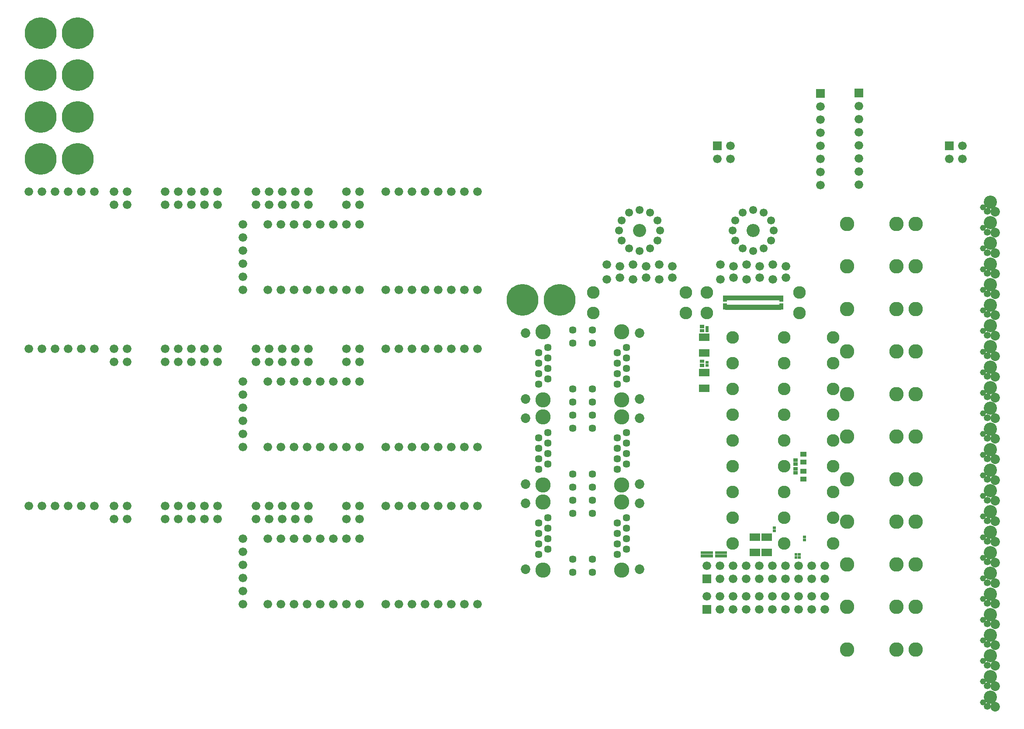
<source format=gbr>
G04 start of page 11 for group -4063 idx -4063 *
G04 Title: (unknown), componentmask *
G04 Creator: pcb 4.2.0 *
G04 CreationDate: Tue Jul 14 02:55:31 2020 UTC *
G04 For: commonadmin *
G04 Format: Gerber/RS-274X *
G04 PCB-Dimensions (mil): 24000.00 18000.00 *
G04 PCB-Coordinate-Origin: lower left *
%MOIN*%
%FSLAX25Y25*%
%LNTOPMASK*%
%ADD235C,0.0611*%
%ADD234C,0.0960*%
%ADD233C,0.2422*%
%ADD232C,0.0572*%
%ADD231C,0.1162*%
%ADD230C,0.0966*%
%ADD229C,0.0660*%
%ADD228C,0.0001*%
%ADD227C,0.1103*%
%ADD226C,0.0532*%
%ADD225C,0.0729*%
%ADD224C,0.0454*%
%ADD223C,0.1005*%
G54D223*X791339Y229134D03*
G54D224*X785433Y225197D03*
G54D225*X794882Y221654D03*
G54D226*X788976Y222047D03*
G54D223*X791339Y370866D03*
G54D225*X794882Y363386D03*
G54D226*X788976Y363780D03*
G54D224*X785433Y366929D03*
G54D223*X791339Y355118D03*
G54D225*X794882Y347638D03*
G54D226*X788976Y348031D03*
G54D223*X791339Y339370D03*
G54D225*X794882Y331890D03*
G54D226*X788976Y332283D03*
G54D224*X785433Y335433D03*
Y351181D03*
G54D223*X791339Y323622D03*
G54D224*X785433Y319685D03*
G54D225*X794882Y316142D03*
G54D226*X788976Y316535D03*
G54D223*X791339Y307874D03*
G54D225*X794882Y300394D03*
G54D226*X788976Y300787D03*
G54D224*X785433Y303937D03*
G54D223*X791339Y292126D03*
G54D227*X734252Y330453D03*
X719488D03*
X734252Y297953D03*
X719488D03*
Y265453D03*
G54D225*X794882Y284646D03*
G54D226*X788976Y285039D03*
G54D223*X791339Y276378D03*
G54D224*X785433Y272441D03*
Y288189D03*
G54D225*X794882Y268898D03*
G54D226*X788976Y269291D03*
G54D223*X791339Y260630D03*
G54D225*X794882Y253150D03*
G54D226*X788976Y253543D03*
G54D224*X785433Y256693D03*
G54D223*X791339Y244882D03*
G54D225*X794882Y237402D03*
G54D226*X788976Y237795D03*
G54D224*X785433Y240945D03*
G54D223*X791339Y607087D03*
G54D225*X794882Y599606D03*
G54D226*X788976Y600000D03*
G54D224*X785433Y603150D03*
G54D223*X791339Y591339D03*
G54D225*X794882Y583858D03*
G54D226*X788976Y584252D03*
G54D224*X785433Y587402D03*
G54D223*X791339Y465354D03*
G54D225*X794882Y457874D03*
G54D226*X788976Y458268D03*
G54D224*X785433Y461417D03*
G54D223*X791339Y449606D03*
G54D225*X794882Y442126D03*
G54D226*X788976Y442520D03*
G54D224*X785433Y445669D03*
G54D223*X791339Y481102D03*
G54D225*X794882Y473622D03*
G54D226*X788976Y474016D03*
G54D224*X785433Y477165D03*
G54D223*X791339Y496850D03*
G54D225*X794882Y489370D03*
G54D226*X788976Y489764D03*
G54D224*X785433Y492913D03*
G54D223*X791339Y512598D03*
Y528346D03*
G54D225*X794882Y520866D03*
G54D226*X788976Y521260D03*
G54D224*X785433Y524409D03*
G54D225*X794882Y505118D03*
G54D226*X788976Y505512D03*
G54D224*X785433Y508661D03*
G54D223*X791339Y575591D03*
G54D225*X794882Y568110D03*
G54D223*X791339Y559843D03*
G54D224*X785433Y555906D03*
G54D226*X788976Y568504D03*
G54D224*X785433Y571654D03*
G54D225*X794882Y552362D03*
G54D226*X788976Y552756D03*
G54D223*X791339Y544094D03*
G54D225*X794882Y536614D03*
G54D226*X788976Y537008D03*
G54D224*X785433Y540157D03*
G54D223*X791339Y433858D03*
G54D225*X794882Y426378D03*
G54D226*X788976Y426772D03*
G54D224*X785433Y429921D03*
Y414173D03*
G54D223*X791339Y418110D03*
G54D225*X794882Y410630D03*
G54D226*X788976Y411024D03*
G54D223*X791339Y402362D03*
G54D225*X794882Y394882D03*
G54D226*X788976Y395276D03*
G54D223*X791339Y386614D03*
G54D225*X794882Y379134D03*
G54D226*X788976Y379528D03*
G54D224*X785433Y382677D03*
Y398425D03*
G54D227*X734252Y395453D03*
Y427953D03*
Y460453D03*
Y492953D03*
Y525453D03*
Y557953D03*
Y590453D03*
Y265453D03*
Y362953D03*
X719488D03*
Y395453D03*
Y427953D03*
Y460453D03*
Y492953D03*
Y525453D03*
Y557953D03*
Y590453D03*
G54D228*G36*
X756700Y653300D02*Y646700D01*
X763300D01*
Y653300D01*
X756700D01*
G37*
G54D229*X770000Y650000D03*
X760000Y640000D03*
X770000D03*
G54D230*X671260Y484055D03*
Y464370D03*
Y444685D03*
Y425000D03*
Y405315D03*
Y385630D03*
Y365945D03*
Y346260D03*
G54D227*X682087Y330531D03*
Y298031D03*
Y265531D03*
Y363031D03*
Y395531D03*
Y428031D03*
Y460531D03*
Y493031D03*
G54D228*G36*
X579700Y653300D02*Y646700D01*
X586300D01*
Y653300D01*
X579700D01*
G37*
G54D229*X583000Y640000D03*
X593000D03*
Y650000D03*
G54D228*G36*
X687700Y693800D02*Y687200D01*
X694300D01*
Y693800D01*
X687700D01*
G37*
G54D229*X691000Y680500D03*
Y670500D03*
G54D228*G36*
X658200Y693300D02*Y686700D01*
X664800D01*
Y693300D01*
X658200D01*
G37*
G54D229*X661500Y680000D03*
Y670000D03*
X691000Y660500D03*
X661500Y660000D03*
X691000Y650500D03*
X661500Y650000D03*
X691000Y640500D03*
X661500Y640000D03*
X691000Y630500D03*
X661500Y630000D03*
X691000Y620500D03*
X661500Y620000D03*
G54D230*X633858Y503740D03*
Y484055D03*
Y464370D03*
Y444685D03*
Y425000D03*
Y405315D03*
Y385630D03*
X594488Y503740D03*
Y484055D03*
Y464370D03*
Y444685D03*
Y425000D03*
Y405315D03*
Y385630D03*
Y365945D03*
Y346260D03*
G54D229*X595000Y329500D03*
Y319500D03*
X605000D03*
Y329500D03*
X615000Y319500D03*
Y329500D03*
X625000Y319500D03*
X635000D03*
X645000D03*
X655000D03*
X665000D03*
X625000Y329500D03*
X635000D03*
X645000D03*
X655000D03*
X665000D03*
G54D230*X633858Y365945D03*
Y346260D03*
G54D228*G36*
X571700Y299300D02*Y292700D01*
X578300D01*
Y299300D01*
X571700D01*
G37*
G54D229*X585000Y296000D03*
X595000D03*
X575000Y306000D03*
X585000D03*
X595000D03*
X605000D03*
X615000D03*
X625000D03*
G54D228*G36*
X571700Y322800D02*Y316200D01*
X578300D01*
Y322800D01*
X571700D01*
G37*
G54D229*X575000Y329500D03*
X585000Y319500D03*
Y329500D03*
X605000Y296000D03*
X615000D03*
X625000D03*
X635000Y306000D03*
X645000D03*
X655000D03*
X635000Y296000D03*
X645000D03*
X655000D03*
X665000D03*
Y306000D03*
G54D225*X523504Y456787D03*
Y507181D03*
Y442181D03*
G54D231*X510000Y507969D03*
G54D232*X487520Y509543D03*
Y499504D03*
G54D231*X510000Y456000D03*
Y442969D03*
G54D232*X513543Y479976D03*
Y488008D03*
Y496039D03*
X506457Y483992D03*
Y492024D03*
Y475961D03*
X513543Y471945D03*
X487520Y464465D03*
Y454425D03*
X506457Y467929D03*
X487520Y444543D03*
X472480Y454425D03*
Y464465D03*
Y434504D03*
Y444543D03*
Y499504D03*
Y509543D03*
G54D225*X436496Y507181D03*
G54D231*X450000Y507969D03*
G54D232*X446457Y483992D03*
X453543Y479976D03*
Y488008D03*
X446457Y492024D03*
X453543Y496039D03*
G54D233*X434252Y532283D03*
X462598D03*
G54D232*X446457Y475961D03*
X453543Y471945D03*
G54D225*X436496Y456787D03*
G54D231*X450000Y456000D03*
G54D232*X446457Y467929D03*
G54D225*X436496Y442181D03*
G54D231*X450000Y442969D03*
G54D234*X488189Y522441D03*
Y538189D03*
G54D229*X498610Y547930D03*
Y559430D03*
X508610Y557930D03*
Y549430D03*
X518610Y547930D03*
G54D232*X506457Y362024D03*
X487520Y379543D03*
Y369504D03*
Y399465D03*
Y389425D03*
X513543Y414976D03*
Y406945D03*
Y423008D03*
Y431039D03*
X487520Y434504D03*
X506457Y418992D03*
Y427024D03*
Y410961D03*
Y402929D03*
G54D225*X523504Y377181D03*
G54D231*X510000Y377969D03*
G54D232*X513543Y349976D03*
Y358008D03*
Y366039D03*
Y341945D03*
X506457Y353992D03*
Y345961D03*
Y337929D03*
G54D225*X523504Y391787D03*
G54D231*X510000Y391000D03*
G54D232*X487520Y334465D03*
Y324425D03*
G54D225*X523504Y326787D03*
G54D231*X510000Y326000D03*
G54D232*X453543Y341945D03*
G54D225*X436496Y326787D03*
G54D231*X450000Y326000D03*
G54D232*X472480Y324425D03*
Y334465D03*
Y369504D03*
Y379543D03*
Y389425D03*
Y399465D03*
X446457Y345961D03*
Y418992D03*
Y427024D03*
Y410961D03*
Y402929D03*
Y337929D03*
X453543Y349976D03*
Y414976D03*
Y406945D03*
Y423008D03*
Y431039D03*
G54D225*X436496Y377181D03*
G54D231*X450000Y377969D03*
G54D232*X446457Y353992D03*
Y362024D03*
X453543Y358008D03*
Y366039D03*
G54D225*X436496Y391787D03*
G54D231*X450000Y391000D03*
G54D223*X523622Y585433D03*
G54D235*Y601181D03*
X507874Y585433D03*
X515748Y599016D03*
X509843Y593110D03*
X523622Y569685D03*
X539370Y585433D03*
X531496Y571850D03*
X537402Y577756D03*
X531496Y599016D03*
X515748Y571850D03*
G54D229*X518610Y559430D03*
G54D235*X509843Y577756D03*
X537402Y593110D03*
G54D234*X559055Y538189D03*
Y522441D03*
G54D229*X538610Y547930D03*
X548610Y549430D03*
Y557930D03*
X528610Y549430D03*
Y557930D03*
X538610Y559430D03*
G54D234*X574803Y522441D03*
Y538189D03*
G54D229*X585232Y547933D03*
Y559433D03*
G54D234*X645669Y538189D03*
Y522441D03*
G54D229*X635232Y549433D03*
Y557933D03*
G54D230*X671260Y503740D03*
G54D227*X682087Y525531D03*
Y558031D03*
Y590531D03*
G54D223*X610236Y585433D03*
G54D235*Y601181D03*
X594488Y585433D03*
X602362Y599016D03*
X596457Y593110D03*
X610236Y569685D03*
X625984Y585433D03*
X618110Y571850D03*
X624016Y577756D03*
G54D229*X625232Y559433D03*
G54D235*X618110Y599016D03*
X624016Y593110D03*
X602362Y571850D03*
X596457Y577756D03*
G54D229*X595232Y557933D03*
X605232Y559433D03*
X615232Y557933D03*
X595232Y549433D03*
X605232Y547933D03*
X615232Y549433D03*
X625232Y547933D03*
X330000Y420000D03*
X340000D03*
X350000D03*
X360000D03*
X370000D03*
X380000D03*
X390000D03*
X400000D03*
X330000Y495000D03*
X340000D03*
X350000D03*
X360000D03*
X370000D03*
X380000D03*
X390000D03*
X400000D03*
Y540000D03*
X390000D03*
X380000D03*
X370000D03*
X360000D03*
X350000D03*
X340000D03*
X330000D03*
X240000Y420000D03*
X250000D03*
X260000D03*
X270000D03*
X221000D03*
Y430000D03*
X280000Y420000D03*
X290000D03*
X300000D03*
X310000D03*
X221000Y440000D03*
Y450000D03*
Y460000D03*
Y470000D03*
X240000D03*
X250000D03*
X260000D03*
X270000D03*
X280000D03*
X290000D03*
X300000D03*
X310000D03*
Y495000D03*
X300000D03*
X310000Y485000D03*
X300000D03*
X271000D03*
X261000D03*
X251000D03*
X241000D03*
X271000Y495000D03*
X261000D03*
X251000D03*
X241000D03*
X231000D03*
Y485000D03*
X201500Y495000D03*
Y485000D03*
X191500Y495000D03*
Y485000D03*
X181500Y495000D03*
Y485000D03*
X171500Y495000D03*
Y485000D03*
X161500Y495000D03*
X132500D03*
X161500Y485000D03*
X132500D03*
X122500D03*
Y495000D03*
X107500D03*
X97500D03*
X87500D03*
X77500D03*
X67500D03*
X57500D03*
X171500Y615000D03*
X181500Y605000D03*
X191500D03*
X201500D03*
X181500Y615000D03*
X191500D03*
X201500D03*
X231000D03*
X241000D03*
X251000D03*
X400000D03*
X390000D03*
X380000D03*
X370000D03*
X360000D03*
X350000D03*
X340000D03*
X330000D03*
X261000D03*
X271000D03*
X300000D03*
X310000D03*
X271000Y605000D03*
X290000Y590000D03*
X280000D03*
X300000Y605000D03*
X310000D03*
Y590000D03*
X300000D03*
X270000D03*
X310000Y540000D03*
X300000D03*
X290000D03*
X280000D03*
X270000D03*
X231000Y605000D03*
X241000D03*
X251000D03*
X261000D03*
X260000Y590000D03*
X250000D03*
X240000D03*
X221000D03*
Y580000D03*
Y570000D03*
Y560000D03*
Y550000D03*
Y540000D03*
X260000D03*
X250000D03*
X240000D03*
X330000Y300000D03*
X340000D03*
X350000D03*
X360000D03*
X370000D03*
X380000D03*
X390000D03*
X400000D03*
X240000D03*
X250000D03*
X260000D03*
X270000D03*
X280000D03*
X290000D03*
X300000D03*
X310000D03*
X221000D03*
Y310000D03*
Y320000D03*
Y330000D03*
Y340000D03*
Y350000D03*
X240000D03*
X250000D03*
X260000D03*
X270000D03*
X280000D03*
X290000D03*
X300000D03*
X310000D03*
X330000Y375000D03*
X310000D03*
Y365000D03*
X340000Y375000D03*
X350000D03*
X360000D03*
X370000D03*
X380000D03*
X390000D03*
X400000D03*
X300000Y365000D03*
Y375000D03*
X271000D03*
Y365000D03*
X261000Y375000D03*
X251000D03*
X241000D03*
X231000D03*
X261000Y365000D03*
X251000D03*
X241000D03*
X231000D03*
X201500D03*
X191500D03*
X201500Y375000D03*
X191500D03*
X181500D03*
Y365000D03*
X171500Y375000D03*
X161500D03*
X171500Y365000D03*
X161500D03*
X132500D03*
X122500D03*
X132500Y375000D03*
X122500D03*
X107500D03*
X97500D03*
X87500D03*
X77500D03*
X67500D03*
X57500D03*
G54D233*X66654Y736000D03*
X95000D03*
X66654Y704000D03*
X95000D03*
X66654Y672000D03*
X95000D03*
X66654Y640000D03*
X95000D03*
G54D229*X57500Y615000D03*
X67500D03*
X77500D03*
X87500D03*
X97500D03*
X107500D03*
X122500D03*
Y605000D03*
X132500D03*
Y615000D03*
X161500Y605000D03*
Y615000D03*
X171500Y605000D03*
G54D228*G36*
X590232Y529681D02*X587406D01*
Y524925D01*
X590232D01*
Y529681D01*
G37*
G36*
Y535705D02*X587406D01*
Y530949D01*
X590232D01*
Y535705D01*
G37*
G36*
X574078Y510047D02*Y507873D01*
X576252D01*
Y510047D01*
X574078D01*
G37*
G36*
Y512409D02*Y510235D01*
X576252D01*
Y512409D01*
X574078D01*
G37*
G36*
X569488Y513393D02*Y510825D01*
X572842D01*
Y513393D01*
X569488D01*
G37*
G36*
X615016Y528677D02*X612386D01*
Y524866D01*
X615016D01*
Y528677D01*
G37*
G36*
X613638D02*X611008D01*
Y524866D01*
X613638D01*
Y528677D01*
G37*
G36*
X612260D02*X609630D01*
Y524866D01*
X612260D01*
Y528677D01*
G37*
G36*
X610882D02*X608252D01*
Y524866D01*
X610882D01*
Y528677D01*
G37*
G36*
X609504D02*X606874D01*
Y524866D01*
X609504D01*
Y528677D01*
G37*
G36*
X608126D02*X605496D01*
Y524866D01*
X608126D01*
Y528677D01*
G37*
G36*
X606748D02*X604118D01*
Y524866D01*
X606748D01*
Y528677D01*
G37*
G36*
X605370D02*X602740D01*
Y524866D01*
X605370D01*
Y528677D01*
G37*
G36*
X603992D02*X601362D01*
Y524866D01*
X603992D01*
Y528677D01*
G37*
G36*
X602614D02*X599984D01*
Y524866D01*
X602614D01*
Y528677D01*
G37*
G36*
X601236D02*X598606D01*
Y524866D01*
X601236D01*
Y528677D01*
G37*
G36*
X599858D02*X597228D01*
Y524866D01*
X599858D01*
Y528677D01*
G37*
G36*
X598480D02*X595850D01*
Y524866D01*
X598480D01*
Y528677D01*
G37*
G36*
X597102D02*X594472D01*
Y524866D01*
X597102D01*
Y528677D01*
G37*
G36*
X595724D02*X593094D01*
Y524866D01*
X595724D01*
Y528677D01*
G37*
G36*
X594346D02*X591717D01*
Y524866D01*
X594346D01*
Y528677D01*
G37*
G36*
X592969D02*X590339D01*
Y524866D01*
X592969D01*
Y528677D01*
G37*
G36*
X591591D02*X588961D01*
Y524866D01*
X591591D01*
Y528677D01*
G37*
G36*
X612260Y535764D02*X609630D01*
Y531953D01*
X612260D01*
Y535764D01*
G37*
G36*
X610882D02*X608252D01*
Y531953D01*
X610882D01*
Y535764D01*
G37*
G36*
X609504D02*X606874D01*
Y531953D01*
X609504D01*
Y535764D01*
G37*
G36*
X608126D02*X605496D01*
Y531953D01*
X608126D01*
Y535764D01*
G37*
G36*
X606748D02*X604118D01*
Y531953D01*
X606748D01*
Y535764D01*
G37*
G36*
X605370D02*X602740D01*
Y531953D01*
X605370D01*
Y535764D01*
G37*
G36*
X603992D02*X601362D01*
Y531953D01*
X603992D01*
Y535764D01*
G37*
G36*
X602614D02*X599984D01*
Y531953D01*
X602614D01*
Y535764D01*
G37*
G36*
X601236D02*X598606D01*
Y531953D01*
X601236D01*
Y535764D01*
G37*
G36*
X599858D02*X597228D01*
Y531953D01*
X599858D01*
Y535764D01*
G37*
G36*
X598480D02*X595850D01*
Y531953D01*
X598480D01*
Y535764D01*
G37*
G36*
X597102D02*X594472D01*
Y531953D01*
X597102D01*
Y535764D01*
G37*
G36*
X595724D02*X593094D01*
Y531953D01*
X595724D01*
Y535764D01*
G37*
G36*
X594346D02*X591717D01*
Y531953D01*
X594346D01*
Y535764D01*
G37*
G36*
X592969D02*X590339D01*
Y531953D01*
X592969D01*
Y535764D01*
G37*
G36*
X591591D02*X588961D01*
Y531953D01*
X591591D01*
Y535764D01*
G37*
G36*
X569488Y510245D02*Y507677D01*
X572842D01*
Y510245D01*
X569488D01*
G37*
G36*
X568960Y506669D02*Y500951D01*
X577040D01*
Y506669D01*
X568960D01*
G37*
G36*
Y494859D02*Y489141D01*
X577040D01*
Y494859D01*
X568960D01*
G37*
G36*
X574078Y483496D02*Y481322D01*
X576252D01*
Y483496D01*
X574078D01*
G37*
G36*
Y485858D02*Y483684D01*
X576252D01*
Y485858D01*
X574078D01*
G37*
G36*
X569488Y486841D02*Y484273D01*
X572842D01*
Y486841D01*
X569488D01*
G37*
G36*
Y483693D02*Y481125D01*
X572842D01*
Y483693D01*
X569488D01*
G37*
G36*
X568960Y467859D02*Y462141D01*
X577040D01*
Y467859D01*
X568960D01*
G37*
G36*
Y479669D02*Y473951D01*
X577040D01*
Y479669D01*
X568960D01*
G37*
G36*
X577313Y338087D02*Y335913D01*
X579487D01*
Y338087D01*
X577313D01*
G37*
G36*
X583613D02*Y335913D01*
X585787D01*
Y338087D01*
X583613D01*
G37*
G36*
X581413D02*Y335913D01*
X583587D01*
Y338087D01*
X581413D01*
G37*
G36*
X588013D02*Y335913D01*
X590187D01*
Y338087D01*
X588013D01*
G37*
G36*
X585813D02*Y335913D01*
X587987D01*
Y338087D01*
X585813D01*
G37*
G36*
X577313Y340449D02*Y338275D01*
X579487D01*
Y340449D01*
X577313D01*
G37*
G36*
X575013D02*Y338275D01*
X577187D01*
Y340449D01*
X575013D01*
G37*
G36*
X572713D02*Y338275D01*
X574887D01*
Y340449D01*
X572713D01*
G37*
G36*
X570413D02*Y338275D01*
X572587D01*
Y340449D01*
X570413D01*
G37*
G36*
X575013Y338087D02*Y335913D01*
X577187D01*
Y338087D01*
X575013D01*
G37*
G36*
X572713D02*Y335913D01*
X574887D01*
Y338087D01*
X572713D01*
G37*
G36*
X570413D02*Y335913D01*
X572587D01*
Y338087D01*
X570413D01*
G37*
G36*
X583613Y340449D02*Y338275D01*
X585787D01*
Y340449D01*
X583613D01*
G37*
G36*
X581413D02*Y338275D01*
X583587D01*
Y340449D01*
X581413D01*
G37*
G36*
X588013D02*Y338275D01*
X590187D01*
Y340449D01*
X588013D01*
G37*
G36*
X585813D02*Y338275D01*
X587987D01*
Y340449D01*
X585813D01*
G37*
G36*
X633106Y529681D02*X630280D01*
Y524925D01*
X633106D01*
Y529681D01*
G37*
G36*
Y535705D02*X630280D01*
Y530949D01*
X633106D01*
Y535705D01*
G37*
G36*
X631551Y528677D02*X628921D01*
Y524866D01*
X631551D01*
Y528677D01*
G37*
G36*
X630173D02*X627543D01*
Y524866D01*
X630173D01*
Y528677D01*
G37*
G36*
X628795D02*X626165D01*
Y524866D01*
X628795D01*
Y528677D01*
G37*
G36*
X627417D02*X624787D01*
Y524866D01*
X627417D01*
Y528677D01*
G37*
G36*
X626039D02*X623409D01*
Y524866D01*
X626039D01*
Y528677D01*
G37*
G36*
X631551Y535764D02*X628921D01*
Y531953D01*
X631551D01*
Y535764D01*
G37*
G36*
X624661Y528677D02*X622031D01*
Y524866D01*
X624661D01*
Y528677D01*
G37*
G36*
X623283D02*X620654D01*
Y524866D01*
X623283D01*
Y528677D01*
G37*
G36*
X621906D02*X619276D01*
Y524866D01*
X621906D01*
Y528677D01*
G37*
G36*
X620528D02*X617898D01*
Y524866D01*
X620528D01*
Y528677D01*
G37*
G36*
X619150D02*X616520D01*
Y524866D01*
X619150D01*
Y528677D01*
G37*
G36*
X617772D02*X615142D01*
Y524866D01*
X617772D01*
Y528677D01*
G37*
G36*
X616394D02*X613764D01*
Y524866D01*
X616394D01*
Y528677D01*
G37*
G36*
X630173Y535764D02*X627543D01*
Y531953D01*
X630173D01*
Y535764D01*
G37*
G36*
X628795D02*X626165D01*
Y531953D01*
X628795D01*
Y535764D01*
G37*
G36*
X627417D02*X624787D01*
Y531953D01*
X627417D01*
Y535764D01*
G37*
G36*
X626039D02*X623409D01*
Y531953D01*
X626039D01*
Y535764D01*
G37*
G36*
X624661D02*X622031D01*
Y531953D01*
X624661D01*
Y535764D01*
G37*
G36*
X623283D02*X620654D01*
Y531953D01*
X623283D01*
Y535764D01*
G37*
G36*
X621906D02*X619276D01*
Y531953D01*
X621906D01*
Y535764D01*
G37*
G36*
X620528D02*X617898D01*
Y531953D01*
X620528D01*
Y535764D01*
G37*
G36*
X619150D02*X616520D01*
Y531953D01*
X619150D01*
Y535764D01*
G37*
G36*
X617772D02*X615142D01*
Y531953D01*
X617772D01*
Y535764D01*
G37*
G36*
X616394D02*X613764D01*
Y531953D01*
X616394D01*
Y535764D01*
G37*
G36*
X615016D02*X612386D01*
Y531953D01*
X615016D01*
Y535764D01*
G37*
G36*
X613638D02*X611008D01*
Y531953D01*
X613638D01*
Y535764D01*
G37*
G36*
X640823Y404784D02*Y402216D01*
X644177D01*
Y404784D01*
X640823D01*
G37*
G36*
Y401636D02*Y399068D01*
X644177D01*
Y401636D01*
X640823D01*
G37*
G36*
Y411432D02*Y408864D01*
X644177D01*
Y411432D01*
X640823D01*
G37*
G36*
Y408284D02*Y405716D01*
X644177D01*
Y408284D01*
X640823D01*
G37*
G36*
X646200Y403300D02*Y399700D01*
X650800D01*
Y403300D01*
X646200D01*
G37*
G36*
Y397300D02*Y393700D01*
X650800D01*
Y397300D01*
X646200D01*
G37*
G36*
Y416300D02*Y412700D01*
X650800D01*
Y416300D01*
X646200D01*
G37*
G36*
Y410300D02*Y406700D01*
X650800D01*
Y410300D01*
X646200D01*
G37*
G36*
X616460Y354169D02*Y348451D01*
X624540D01*
Y354169D01*
X616460D01*
G37*
G36*
X607460D02*Y348451D01*
X615540D01*
Y354169D01*
X607460D01*
G37*
G36*
X648413Y352587D02*Y350413D01*
X650587D01*
Y352587D01*
X648413D01*
G37*
G36*
X625413Y359587D02*Y357413D01*
X627587D01*
Y359587D01*
X625413D01*
G37*
G36*
Y357225D02*Y355051D01*
X627587D01*
Y357225D01*
X625413D01*
G37*
G36*
X648413Y350225D02*Y348051D01*
X650587D01*
Y350225D01*
X648413D01*
G37*
G36*
X641913Y336863D02*Y334689D01*
X644087D01*
Y336863D01*
X641913D01*
G37*
G36*
Y339225D02*Y337051D01*
X644087D01*
Y339225D01*
X641913D01*
G37*
G36*
X644413Y336863D02*Y334689D01*
X646587D01*
Y336863D01*
X644413D01*
G37*
G36*
Y339225D02*Y337051D01*
X646587D01*
Y339225D01*
X644413D01*
G37*
G36*
X616460Y342359D02*Y336641D01*
X624540D01*
Y342359D01*
X616460D01*
G37*
G36*
X607460D02*Y336641D01*
X615540D01*
Y342359D01*
X607460D01*
G37*
M02*

</source>
